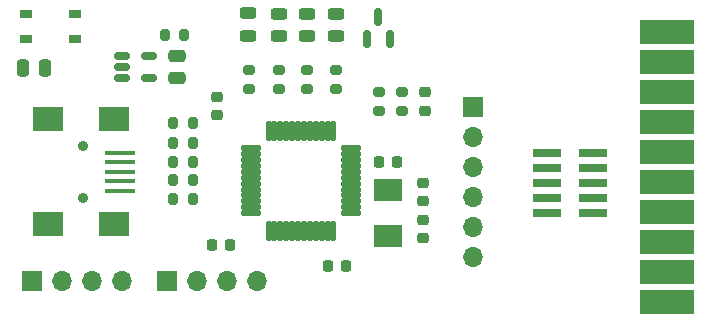
<source format=gbr>
%TF.GenerationSoftware,KiCad,Pcbnew,(6.0.7)*%
%TF.CreationDate,2022-09-01T12:01:24+02:00*%
%TF.ProjectId,bmp2,626d7032-2e6b-4696-9361-645f70636258,rev?*%
%TF.SameCoordinates,Original*%
%TF.FileFunction,Soldermask,Top*%
%TF.FilePolarity,Negative*%
%FSLAX46Y46*%
G04 Gerber Fmt 4.6, Leading zero omitted, Abs format (unit mm)*
G04 Created by KiCad (PCBNEW (6.0.7)) date 2022-09-01 12:01:24*
%MOMM*%
%LPD*%
G01*
G04 APERTURE LIST*
G04 Aperture macros list*
%AMRoundRect*
0 Rectangle with rounded corners*
0 $1 Rounding radius*
0 $2 $3 $4 $5 $6 $7 $8 $9 X,Y pos of 4 corners*
0 Add a 4 corners polygon primitive as box body*
4,1,4,$2,$3,$4,$5,$6,$7,$8,$9,$2,$3,0*
0 Add four circle primitives for the rounded corners*
1,1,$1+$1,$2,$3*
1,1,$1+$1,$4,$5*
1,1,$1+$1,$6,$7*
1,1,$1+$1,$8,$9*
0 Add four rect primitives between the rounded corners*
20,1,$1+$1,$2,$3,$4,$5,0*
20,1,$1+$1,$4,$5,$6,$7,0*
20,1,$1+$1,$6,$7,$8,$9,0*
20,1,$1+$1,$8,$9,$2,$3,0*%
G04 Aperture macros list end*
%ADD10R,1.050000X0.700000*%
%ADD11R,2.400000X0.750000*%
%ADD12R,2.400000X1.900000*%
%ADD13RoundRect,0.076200X0.750000X-0.150000X0.750000X0.150000X-0.750000X0.150000X-0.750000X-0.150000X0*%
%ADD14RoundRect,0.076200X0.150000X-0.750000X0.150000X0.750000X-0.150000X0.750000X-0.150000X-0.750000X0*%
%ADD15RoundRect,0.150000X-0.512500X-0.150000X0.512500X-0.150000X0.512500X0.150000X-0.512500X0.150000X0*%
%ADD16RoundRect,0.200000X0.200000X0.275000X-0.200000X0.275000X-0.200000X-0.275000X0.200000X-0.275000X0*%
%ADD17RoundRect,0.200000X-0.200000X-0.275000X0.200000X-0.275000X0.200000X0.275000X-0.200000X0.275000X0*%
%ADD18RoundRect,0.200000X-0.275000X0.200000X-0.275000X-0.200000X0.275000X-0.200000X0.275000X0.200000X0*%
%ADD19RoundRect,0.200000X0.275000X-0.200000X0.275000X0.200000X-0.275000X0.200000X-0.275000X-0.200000X0*%
%ADD20RoundRect,0.150000X0.150000X-0.587500X0.150000X0.587500X-0.150000X0.587500X-0.150000X-0.587500X0*%
%ADD21R,4.572000X2.033000*%
%ADD22R,1.700000X1.700000*%
%ADD23O,1.700000X1.700000*%
%ADD24C,0.900000*%
%ADD25R,2.600000X0.450000*%
%ADD26R,2.500000X2.000000*%
%ADD27RoundRect,0.243750X0.456250X-0.243750X0.456250X0.243750X-0.456250X0.243750X-0.456250X-0.243750X0*%
%ADD28RoundRect,0.225000X0.250000X-0.225000X0.250000X0.225000X-0.250000X0.225000X-0.250000X-0.225000X0*%
%ADD29RoundRect,0.225000X-0.250000X0.225000X-0.250000X-0.225000X0.250000X-0.225000X0.250000X0.225000X0*%
%ADD30RoundRect,0.225000X0.225000X0.250000X-0.225000X0.250000X-0.225000X-0.250000X0.225000X-0.250000X0*%
%ADD31RoundRect,0.225000X-0.225000X-0.250000X0.225000X-0.250000X0.225000X0.250000X-0.225000X0.250000X0*%
%ADD32RoundRect,0.250000X-0.475000X0.250000X-0.475000X-0.250000X0.475000X-0.250000X0.475000X0.250000X0*%
%ADD33RoundRect,0.250000X0.250000X0.475000X-0.250000X0.475000X-0.250000X-0.475000X0.250000X-0.475000X0*%
G04 APERTURE END LIST*
D10*
%TO.C,S1*%
X105950000Y-23125000D03*
X101750000Y-23125000D03*
X105950000Y-20975000D03*
X101750000Y-20975000D03*
%TD*%
D11*
%TO.C,J3*%
X145900000Y-32810000D03*
X149800000Y-32810000D03*
X145900000Y-34080000D03*
X149800000Y-34080000D03*
X145900000Y-35350000D03*
X149800000Y-35350000D03*
X145900000Y-36620000D03*
X149800000Y-36620000D03*
X145900000Y-37890000D03*
X149800000Y-37890000D03*
%TD*%
D12*
%TO.C,X1*%
X132425000Y-39775000D03*
X132425000Y-35875000D03*
%TD*%
D13*
%TO.C,U2*%
X129300000Y-37875000D03*
X129300000Y-37375000D03*
X129300000Y-36875000D03*
X129300000Y-36375000D03*
X129300000Y-35875000D03*
X129300000Y-35375000D03*
X129300000Y-34875000D03*
X129300000Y-34375000D03*
X129300000Y-33875000D03*
X129300000Y-33375000D03*
X129300000Y-32875000D03*
X129300000Y-32375000D03*
D14*
X127800000Y-30875000D03*
X127300000Y-30875000D03*
X126800000Y-30875000D03*
X126300000Y-30875000D03*
X125800000Y-30875000D03*
X125300000Y-30875000D03*
X124800000Y-30875000D03*
X124300000Y-30875000D03*
X123800000Y-30875000D03*
X123300000Y-30875000D03*
X122800000Y-30875000D03*
X122300000Y-30875000D03*
D13*
X120800000Y-32375000D03*
X120800000Y-32875000D03*
X120800000Y-33375000D03*
X120800000Y-33875000D03*
X120800000Y-34375000D03*
X120800000Y-34875000D03*
X120800000Y-35375000D03*
X120800000Y-35875000D03*
X120800000Y-36375000D03*
X120800000Y-36875000D03*
X120800000Y-37375000D03*
X120800000Y-37875000D03*
D14*
X122300000Y-39375000D03*
X122800000Y-39375000D03*
X123300000Y-39375000D03*
X123800000Y-39375000D03*
X124300000Y-39375000D03*
X124800000Y-39375000D03*
X125300000Y-39375000D03*
X125800000Y-39375000D03*
X126300000Y-39375000D03*
X126800000Y-39375000D03*
X127300000Y-39375000D03*
X127800000Y-39375000D03*
%TD*%
D15*
%TO.C,U1*%
X109887500Y-24525000D03*
X109887500Y-25475000D03*
X109887500Y-26425000D03*
X112162500Y-26425000D03*
X112162500Y-24525000D03*
%TD*%
D16*
%TO.C,R12*%
X115875000Y-30275000D03*
X114225000Y-30275000D03*
%TD*%
D17*
%TO.C,R11*%
X114250000Y-31900000D03*
X115900000Y-31900000D03*
%TD*%
D16*
%TO.C,R10*%
X115175000Y-22800000D03*
X113525000Y-22800000D03*
%TD*%
D18*
%TO.C,R9*%
X133575000Y-27575000D03*
X133575000Y-29225000D03*
%TD*%
%TO.C,R8*%
X131650000Y-27575000D03*
X131650000Y-29225000D03*
%TD*%
D19*
%TO.C,R7*%
X128050000Y-27375000D03*
X128050000Y-25725000D03*
%TD*%
%TO.C,R6*%
X125575000Y-27375000D03*
X125575000Y-25725000D03*
%TD*%
%TO.C,R5*%
X123175000Y-27400000D03*
X123175000Y-25750000D03*
%TD*%
%TO.C,R4*%
X120650000Y-27375000D03*
X120650000Y-25725000D03*
%TD*%
D16*
%TO.C,R3*%
X115900000Y-35075000D03*
X114250000Y-35075000D03*
%TD*%
%TO.C,R2*%
X115900000Y-33500000D03*
X114250000Y-33500000D03*
%TD*%
%TO.C,R1*%
X115900000Y-36675000D03*
X114250000Y-36675000D03*
%TD*%
D20*
%TO.C,Q1*%
X130650000Y-23162500D03*
X132550000Y-23162500D03*
X131600000Y-21287500D03*
%TD*%
D21*
%TO.C,J6*%
X156075000Y-22560000D03*
X156075000Y-22560000D03*
X156075000Y-25100000D03*
X156075000Y-25100000D03*
X156075000Y-27640000D03*
X156075000Y-27640000D03*
X156075000Y-30180000D03*
X156075000Y-30180000D03*
X156075000Y-32720000D03*
X156075000Y-32720000D03*
X156075000Y-35260000D03*
X156075000Y-35260000D03*
X156075000Y-37800000D03*
X156075000Y-37800000D03*
X156075000Y-40340000D03*
X156075000Y-40340000D03*
X156075000Y-42880000D03*
X156075000Y-42880000D03*
X156075000Y-45420000D03*
X156075000Y-45420000D03*
%TD*%
D22*
%TO.C,J5*%
X139650000Y-28875000D03*
D23*
X139650000Y-31415000D03*
X139650000Y-33955000D03*
X139650000Y-36495000D03*
X139650000Y-39035000D03*
X139650000Y-41575000D03*
%TD*%
D22*
%TO.C,J4*%
X113745000Y-43575000D03*
D23*
X116285000Y-43575000D03*
X118825000Y-43575000D03*
X121365000Y-43575000D03*
%TD*%
D24*
%TO.C,J2*%
X106600000Y-36575000D03*
X106600000Y-32175000D03*
D25*
X109700000Y-32775000D03*
X109700000Y-33575000D03*
X109700000Y-34375000D03*
X109700000Y-35175000D03*
X109700000Y-35975000D03*
D26*
X109192000Y-38820000D03*
X103604000Y-38820000D03*
X109192000Y-29930000D03*
X103604000Y-29930000D03*
%TD*%
D22*
%TO.C,J1*%
X102250000Y-43600000D03*
D23*
X104790000Y-43600000D03*
X107330000Y-43600000D03*
X109870000Y-43600000D03*
%TD*%
D27*
%TO.C,D4*%
X128025000Y-22900000D03*
X128025000Y-21025000D03*
%TD*%
%TO.C,D3*%
X125550000Y-22887500D03*
X125550000Y-21012500D03*
%TD*%
%TO.C,D2*%
X123200000Y-22912500D03*
X123200000Y-21037500D03*
%TD*%
%TO.C,D1*%
X120600000Y-22837500D03*
X120600000Y-20962500D03*
%TD*%
D28*
%TO.C,C9*%
X135550000Y-29200000D03*
X135550000Y-27650000D03*
%TD*%
%TO.C,C8*%
X135350000Y-36875000D03*
X135350000Y-35325000D03*
%TD*%
D29*
%TO.C,C7*%
X135350000Y-38425000D03*
X135350000Y-39975000D03*
%TD*%
D30*
%TO.C,C6*%
X119050000Y-40525000D03*
X117500000Y-40525000D03*
%TD*%
D28*
%TO.C,C5*%
X117950000Y-29600000D03*
X117950000Y-28050000D03*
%TD*%
D31*
%TO.C,C4*%
X131625000Y-33525000D03*
X133175000Y-33525000D03*
%TD*%
D30*
%TO.C,C3*%
X128875000Y-42375000D03*
X127325000Y-42375000D03*
%TD*%
D32*
%TO.C,C2*%
X114525000Y-24525000D03*
X114525000Y-26425000D03*
%TD*%
D33*
%TO.C,C1*%
X103400000Y-25550000D03*
X101500000Y-25550000D03*
%TD*%
M02*

</source>
